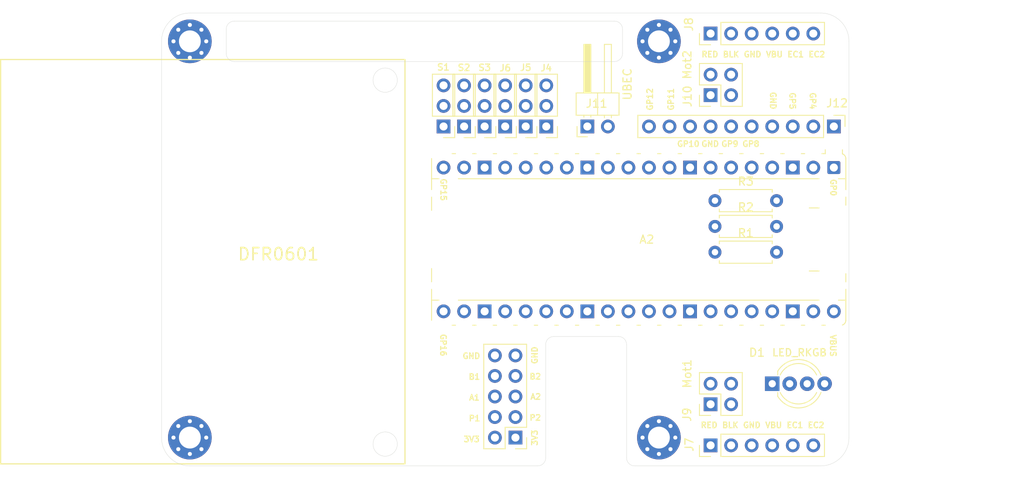
<source format=kicad_pcb>
(kicad_pcb (version 20241229) (generator "pcbnew") (generator_version "9.0")
  (layers (0 "F.Cu" signal "Front") (4 "In1.Cu" signal) (6 "In2.Cu" signal) (2 "B.Cu" signal "Back") (13 "F.Paste" user) (15 "B.Paste" user) (5 "F.SilkS" user "F.Silkscreen") (7 "B.SilkS" user "B.Silkscreen") (1 "F.Mask" user) (3 "B.Mask" user) (25 "Edge.Cuts" user))
  (net 0 "")
  (net 1 "/GPIO4")
  (net 2 "GND")
  (net 3 "/RED")
  (net 4 "/BLUE")
  (net 5 "/GPIO28")
  (net 6 "/INA2")
  (net 7 "/GPIO10")
  (net 8 "/GPIO9")
  (net 9 "/Srvo1_Sig")
  (net 10 "/INB2")
  (net 11 "/GPIO11")
  (net 12 "VBUS")
  (net 13 "5VIN")
  (net 14 "/GPIO8")
  (net 15 "/Srvo2_Sig")
  (net 16 "/INB1")
  (net 17 "/GPIO5")
  (net 18 "/PWM1")
  (net 19 "/ENCA1")
  (net 20 "/ENCB2")
  (net 21 "/Srvo3_Sig")
  (net 22 "/PWM2")
  (net 23 "/ENCB1")
  (net 24 "/GREEN")
  (net 25 "/ENCA2")
  (net 26 "/INA1")
  (net 27 "+3V3")
  (net 28 "/GPIO3")
  (net 32 "/GPIO22")
  (net 33 "/GPIO12")
  (net 36 "Net-(D1-RA)")
  (net 38 "Net-(D1-BA)")
  (net 39 "Net-(D1-GA)")
  (net 40 "+6V")
  (net 41 "/Srvo4_Sig")
  (net 42 "/Srvo5_Sig")
  (net 43 "/Srvo6_Sig")
  (net 44 "/BLK1")
  (net 45 "/RED1")
  (net 46 "/RED2")
  (net 47 "/BLK2")
  (footprint "Connector_PinHeader_2.54mm:PinHeader_2x02_P2.54mm_Vertical" (layer "F.Cu") (at 117.89 98.88 90)
    (property "Reference" "J9" (at -1.28 -2.92 90) (layer "F.SilkS"))
    (property "Value" "Mot1" (at 3.78 -2.89 270) (layer "F.SilkS"))
    (fp_line (start 3.92 -1.38) (end 3.92 3.92) (stroke (width 0.12)) (layer "F.SilkS"))
    (fp_line (start 1.27 -1.38) (end 3.92 -1.38) (stroke (width 0.12)) (layer "F.SilkS"))
    (fp_line (start -1.38 -1.38) (end 0 -1.38) (stroke (width 0.12)) (layer "F.SilkS"))
    (fp_line (start -1.38 0) (end -1.38 -1.38) (stroke (width 0.12)) (layer "F.SilkS"))
    (fp_line (start 1.27 1.27) (end 1.27 -1.38) (stroke (width 0.12)) (layer "F.SilkS"))
    (fp_line (start -1.38 1.27) (end 1.27 1.27) (stroke (width 0.12)) (layer "F.SilkS"))
    (fp_line (start -1.38 1.27) (end -1.38 3.92) (stroke (width 0.12)) (layer "F.SilkS"))
    (fp_line (start -1.38 3.92) (end 3.92 3.92) (stroke (width 0.12)) (layer "F.SilkS"))
    (pad "1" thru_hole rect (at 0 0 90) (size 1.7 1.7) (drill 1) (layers "*.Cu" "*.Mask") (net 45 "/RED1"))
    (pad "2" thru_hole circle (at 2.54 0 90) (size 1.7 1.7) (drill 1) (layers "*.Cu" "*.Mask") (net 45 "/RED1"))
    (pad "3" thru_hole circle (at 0 2.54 90) (size 1.7 1.7) (drill 1) (layers "*.Cu" "*.Mask") (net 44 "/BLK1"))
    (pad "4" thru_hole circle (at 2.54 2.54 90) (size 1.7 1.7) (drill 1) (layers "*.Cu" "*.Mask") (net 44 "/BLK1"))
  )
  (footprint "Connector_PinHeader_2.54mm:PinHeader_1x02_P2.54mm_Horizontal" (layer "F.Cu") (at 102.65 64.53 90)
    (property "Reference" "J11" (at 2.83 1.15 180) (layer "F.SilkS"))
    (property "Value" "UBEC" (at 5.23 4.95 90) (layer "F.SilkS"))
    (fp_line (start 4.15 -1.38) (end 1.39 -1.38) (stroke (width 0.12)) (layer "F.SilkS"))
    (fp_line (start 1.39 -1.38) (end 1.39 3.92) (stroke (width 0.12)) (layer "F.SilkS"))
    (fp_line (start -1.27 -1.27) (end 0 -1.27) (stroke (width 0.12)) (layer "F.SilkS"))
    (fp_line (start 1.16 -0.43) (end 1.39 -0.43) (stroke (width 0.12)) (layer "F.SilkS"))
    (fp_line (start -1.27 0) (end -1.27 -1.27) (stroke (width 0.12)) (layer "F.SilkS"))
    (fp_line (start 1.16 0.43) (end 1.39 0.43) (stroke (width 0.12)) (layer "F.SilkS"))
    (fp_line (start 1.39 1.27) (end 4.15 1.27) (stroke (width 0.12)) (layer "F.SilkS"))
    (fp_line (start 10.15 2.11) (end 10.15 2.97) (stroke (width 0.12)) (layer "F.SilkS"))
    (fp_line (start 4.15 2.11) (end 10.15 2.11) (stroke (width 0.12)) (layer "F.SilkS"))
    (fp_line (start 1.077358 2.11) (end 1.39 2.11) (stroke (width 0.12)) (layer "F.SilkS"))
    (fp_line (start 10.15 2.97) (end 4.15 2.97) (stroke (width 0.12)) (layer "F.SilkS"))
    (fp_line (start 1.077358 2.97) (end 1.39 2.97) (stroke (width 0.12)) (layer "F.SilkS"))
    (fp_line (start 4.15 3.92) (end 4.15 -1.38) (stroke (width 0.12)) (layer "F.SilkS"))
    (fp_line (start 1.39 3.92) (end 4.15 3.92) (stroke (width 0.12)) (layer "F.SilkS"))
    (fp_rect (start 4.15 -0.43) (end 10.15 0.43) (stroke (width 0.12)) (fill yes) (layer "F.SilkS"))
    (pad "1" thru_hole rect (at 0 0 90) (size 1.7 1.7) (drill 1) (layers "*.Cu" "*.Mask") (net 40 "+6V"))
    (pad "2" thru_hole circle (at 0 2.54 90) (size 1.7 1.7) (drill 1) (layers "*.Cu" "*.Mask") (net 2 "GND"))
  )
  (footprint "Connector_PinHeader_2.54mm:PinHeader_1x03_P2.54mm_Vertical" (layer "F.Cu") (at 97.57 64.53 180)
    (property "Reference" "J4" (at 0 7.23 0) (layer "F.SilkS") (effects (font (size 0.8 0.8))))
    (property "Value" "Servo_Conn_4")
    (fp_line (start 1.38 1.27) (end 1.38 6.46) (stroke (width 0.12)) (layer "F.SilkS"))
    (fp_line (start -1.38 6.46) (end 1.38 6.46) (stroke (width 0.12)) (layer "F.SilkS"))
    (fp_line (start -1.38 1.27) (end 1.38 1.27) (stroke (width 0.12)) (layer "F.SilkS"))
    (fp_line (start -1.38 1.27) (end -1.38 6.46) (stroke (width 0.12)) (layer "F.SilkS"))
    (fp_line (start -1.38 0) (end -1.38 -1.38) (stroke (width 0.12)) (layer "F.SilkS"))
    (fp_line (start -1.38 -1.38) (end 0 -1.38) (stroke (width 0.12)) (layer "F.SilkS"))
    (pad "1" thru_hole rect (at 0 0 180) (size 1.7 1.7) (drill 1) (layers "*.Cu" "*.Mask") (net 41 "/Srvo4_Sig"))
    (pad "2" thru_hole circle (at 0 2.54 180) (size 1.7 1.7) (drill 1) (layers "*.Cu" "*.Mask") (net 40 "+6V"))
    (pad "3" thru_hole circle (at 0 5.08 180) (size 1.7 1.7) (drill 1) (layers "*.Cu" "*.Mask") (net 2 "GND"))
  )
  (footprint "LED_THT:LED_D5.0mm-4_RGB_Wide_Pins" (layer "F.Cu") (at 125.51 96.34)
    (property "Reference" "D1" (at -1.89 -3.85 0) (layer "F.SilkS"))
    (property "Value" "LED_RKGB" (at 3.37 -3.85 0) (layer "F.SilkS") (effects (font (size 0.9 0.9))))
    (fp_line (start 0.6785 -1.545) (end 0.6785 -1.08) (stroke (width 0.12)) (layer "F.SilkS"))
    (fp_line (start 0.6785 1.08) (end 0.6785 1.545) (stroke (width 0.12)) (layer "F.SilkS"))
    (fp_arc (start 0.6785 -1.54483) (mid 3.496956 -2.978809) (end 6.026315 -1.080827) (stroke (width 0.12)) (layer "F.SilkS"))
    (fp_arc (start 0.983816 -1.08) (mid 3.238262 -2.5) (end 5.492979 -1.080429) (stroke (width 0.12)) (layer "F.SilkS"))
    (fp_arc (start 5.492979 1.080429) (mid 3.238262 2.5) (end 0.983816 1.08) (stroke (width 0.12)) (layer "F.SilkS"))
    (fp_arc (start 6.026315 1.080827) (mid 3.496956 2.978808) (end 0.6785 1.54483) (stroke (width 0.12)) (layer "F.SilkS"))
    (pad "1" thru_hole rect (at 0 0) (size 1.8 1.8) (drill 0.9) (layers "*.Cu" "*.Mask") (net 36 "Net-(D1-RA)"))
    (pad "2" thru_hole circle (at 2.159 0) (size 1.8 1.8) (drill 0.9) (layers "*.Cu" "*.Mask") (net 2 "GND"))
    (pad "3" thru_hole circle (at 4.318 0) (size 1.8 1.8) (drill 0.9) (layers "*.Cu" "*.Mask") (net 39 "Net-(D1-GA)"))
    (pad "4" thru_hole circle (at 6.477 0) (size 1.8 1.8) (drill 0.9) (layers "*.Cu" "*.Mask") (net 38 "Net-(D1-BA)"))
  )
  (footprint "MountingHole:MountingHole_2.7mm_M2.5_Pad_Via" (layer "F.Cu") (at 53.5 54)
    (property "Reference" "H1" (hide yes))
    (property "Value" "MountingHole_Pad")
    (pad "1" thru_hole circle (at -2.025 0) (size 0.8 0.8) (drill 0.5) (layers "*.Cu" "*.Mask"))
    (pad "1" thru_hole circle (at -1.431891 -1.431891) (size 0.8 0.8) (drill 0.5) (layers "*.Cu" "*.Mask"))
    (pad "1" thru_hole circle (at -1.431891 1.431891) (size 0.8 0.8) (drill 0.5) (layers "*.Cu" "*.Mask"))
    (pad "1" thru_hole circle (at 0 -2.025) (size 0.8 0.8) (drill 0.5) (layers "*.Cu" "*.Mask"))
    (pad "1" thru_hole circle (at 0 0) (size 5.4 5.4) (drill 2.7) (layers "*.Cu" "*.Mask"))
    (pad "1" thru_hole circle (at 0 2.025) (size 0.8 0.8) (drill 0.5) (layers "*.Cu" "*.Mask"))
    (pad "1" thru_hole circle (at 1.431891 -1.431891) (size 0.8 0.8) (drill 0.5) (layers "*.Cu" "*.Mask"))
    (pad "1" thru_hole circle (at 1.431891 1.431891) (size 0.8 0.8) (drill 0.5) (layers "*.Cu" "*.Mask"))
    (pad "1" thru_hole circle (at 2.025 0) (size 0.8 0.8) (drill 0.5) (layers "*.Cu" "*.Mask"))
  )
  (footprint "Resistor_THT:R_Axial_DIN0207_L6.3mm_D2.5mm_P7.62mm_Horizontal" (layer "F.Cu") (at 118.43 80.075)
    (property "Reference" "R1" (at 3.81 -2.37 0) (layer "F.SilkS"))
    (property "Value" "220R")
    (fp_line (start 0.54 -1.37) (end 7.08 -1.37) (stroke (width 0.12)) (layer "F.SilkS"))
    (fp_line (start 0.54 -1.04) (end 0.54 -1.37) (stroke (width 0.12)) (layer "F.SilkS"))
    (fp_line (start 0.54 1.04) (end 0.54 1.37) (stroke (width 0.12)) (layer "F.SilkS"))
    (fp_line (start 0.54 1.37) (end 7.08 1.37) (stroke (width 0.12)) (layer "F.SilkS"))
    (fp_line (start 7.08 -1.37) (end 7.08 -1.04) (stroke (width 0.12)) (layer "F.SilkS"))
    (fp_line (start 7.08 1.37) (end 7.08 1.04) (stroke (width 0.12)) (layer "F.SilkS"))
    (pad "1" thru_hole circle (at 0 0) (size 1.6 1.6) (drill 0.8) (layers "*.Cu" "*.Mask") (net 36 "Net-(D1-RA)"))
    (pad "2" thru_hole circle (at 7.62 0) (size 1.6 1.6) (drill 0.8) (layers "*.Cu" "*.Mask") (net 3 "/RED"))
  )
  (footprint "Connector_PinHeader_2.54mm:PinHeader_1x03_P2.54mm_Vertical" (layer "F.Cu") (at 89.95 64.53 180)
    (property "Reference" "S3" (at 0 7.28 0) (layer "F.SilkS") (effects (font (size 0.8 0.8))))
    (property "Value" "Servo_Conn_3")
    (fp_line (start 1.38 1.27) (end 1.38 6.46) (stroke (width 0.12)) (layer "F.SilkS"))
    (fp_line (start -1.38 6.46) (end 1.38 6.46) (stroke (width 0.12)) (layer "F.SilkS"))
    (fp_line (start -1.38 1.27) (end 1.38 1.27) (stroke (width 0.12)) (layer "F.SilkS"))
    (fp_line (start -1.38 1.27) (end -1.38 6.46) (stroke (width 0.12)) (layer "F.SilkS"))
    (fp_line (start -1.38 0) (end -1.38 -1.38) (stroke (width 0.12)) (layer "F.SilkS"))
    (fp_line (start -1.38 -1.38) (end 0 -1.38) (stroke (width 0.12)) (layer "F.SilkS"))
    (pad "1" thru_hole rect (at 0 0 180) (size 1.7 1.7) (drill 1) (layers "*.Cu" "*.Mask") (net 21 "/Srvo3_Sig"))
    (pad "2" thru_hole circle (at 0 2.54 180) (size 1.7 1.7) (drill 1) (layers "*.Cu" "*.Mask") (net 40 "+6V"))
    (pad "3" thru_hole circle (at 0 5.08 180) (size 1.7 1.7) (drill 1) (layers "*.Cu" "*.Mask") (net 2 "GND"))
  )
  (footprint "Connector_PinHeader_2.54mm:PinHeader_2x05_P2.54mm_Vertical" (layer "F.Cu") (at 93.76 103 180)
    (property "Reference" "MOT_DRV_Conn1" (hide yes))
    (property "Value" "Conn_02x05_Odd_Even" (hide yes))
    (fp_line (start 3.92 -1.38) (end 3.92 11.54) (stroke (width 0.12)) (layer "F.SilkS"))
    (fp_line (start 1.27 1.27) (end 1.27 -1.38) (stroke (width 0.12)) (layer "F.SilkS"))
    (fp_line (start 1.27 -1.38) (end 3.92 -1.38) (stroke (width 0.12)) (layer "F.SilkS"))
    (fp_line (start -1.38 11.54) (end 3.92 11.54) (stroke (width 0.12)) (layer "F.SilkS"))
    (fp_line (start -1.38 1.27) (end 1.27 1.27) (stroke (width 0.12)) (layer "F.SilkS"))
    (fp_line (start -1.38 1.27) (end -1.38 11.54) (stroke (width 0.12)) (layer "F.SilkS"))
    (fp_line (start -1.38 0) (end -1.38 -1.38) (stroke (width 0.12)) (layer "F.SilkS"))
    (fp_line (start -1.38 -1.38) (end 0 -1.38) (stroke (width 0.12)) (layer "F.SilkS"))
    (pad "1" thru_hole rect (at 0 0 180) (size 1.7 1.7) (drill 1) (layers "*.Cu" "*.Mask") (net 27 "+3V3"))
    (pad "2" thru_hole circle (at 2.54 0 180) (size 1.7 1.7) (drill 1) (layers "*.Cu" "*.Mask") (net 27 "+3V3"))
    (pad "3" thru_hole circle (at 0 2.54 180) (size 1.7 1.7) (drill 1) (layers "*.Cu" "*.Mask") (net 22 "/PWM2"))
    (pad "4" thru_hole circle (at 2.54 2.54 180) (size 1.7 1.7) (drill 1) (layers "*.Cu" "*.Mask") (net 18 "/PWM1"))
    (pad "5" thru_hole circle (at 0 5.08 180) (size 1.7 1.7) (drill 1) (layers "*.Cu" "*.Mask") (net 6 "/INA2"))
    (pad "6" thru_hole circle (at 2.54 5.08 180) (size 1.7 1.7) (drill 1) (layers "*.Cu" "*.Mask") (net 26 "/INA1"))
    (pad "7" thru_hole circle (at 0 7.62 180) (size 1.7 1.7) (drill 1) (layers "*.Cu" "*.Mask") (net 10 "/INB2"))
    (pad "8" thru_hole circle (at 2.54 7.62 180) (size 1.7 1.7) (drill 1) (layers "*.Cu" "*.Mask") (net 16 "/INB1"))
    (pad "9" thru_hole circle (at 0 10.16 180) (size 1.7 1.7) (drill 1) (layers "*.Cu" "*.Mask") (net 2 "GND"))
    (pad "10" thru_hole circle (at 2.54 10.16 180) (size 1.7 1.7) (drill 1) (layers "*.Cu" "*.Mask") (net 2 "GND"))
  )
  (footprint "Connector_PinHeader_2.54mm:PinHeader_1x06_P2.54mm_Vertical" (layer "F.Cu") (at 117.89 53.04 90)
    (property "Reference" "J8" (at 1.14 -2.69 270) (layer "F.SilkS"))
    (property "Value" "Mot2_Conn")
    (fp_line (start -1.38 -1.38) (end 0 -1.38) (stroke (width 0.12)) (layer "F.SilkS"))
    (fp_line (start -1.38 0) (end -1.38 -1.38) (stroke (width 0.12)) (layer "F.SilkS"))
    (fp_line (start 1.38 1.27) (end 1.38 14.08) (stroke (width 0.12)) (layer "F.SilkS"))
    (fp_line (start -1.38 1.27) (end 1.38 1.27) (stroke (width 0.12)) (layer "F.SilkS"))
    (fp_line (start -1.38 1.27) (end -1.38 14.08) (stroke (width 0.12)) (layer "F.SilkS"))
    (fp_line (start -1.38 14.08) (end 1.38 14.08) (stroke (width 0.12)) (layer "F.SilkS"))
    (pad "1" thru_hole rect (at 0 0 90) (size 1.7 1.7) (drill 1) (layers "*.Cu" "*.Mask") (net 46 "/RED2"))
    (pad "2" thru_hole circle (at 0 2.54 90) (size 1.7 1.7) (drill 1) (layers "*.Cu" "*.Mask") (net 47 "/BLK2"))
    (pad "3" thru_hole circle (at 0 5.08 90) (size 1.7 1.7) (drill 1) (layers "*.Cu" "*.Mask") (net 2 "GND"))
    (pad "4" thru_hole circle (at 0 7.62 90) (size 1.7 1.7) (drill 1) (layers "*.Cu" "*.Mask") (net 12 "VBUS"))
    (pad "5" thru_hole circle (at 0 10.16 90) (size 1.7 1.7) (drill 1) (layers "*.Cu" "*.Mask") (net 25 "/ENCA2"))
    (pad "6" thru_hole circle (at 0 12.7 90) (size 1.7 1.7) (drill 1) (layers "*.Cu" "*.Mask") (net 20 "/ENCB2"))
  )
  (footprint "Resistor_THT:R_Axial_DIN0207_L6.3mm_D2.5mm_P7.62mm_Horizontal" (layer "F.Cu") (at 118.43 73.7)
    (property "Reference" "R3" (at 3.81 -2.37 0) (layer "F.SilkS"))
    (property "Value" "220R")
    (fp_line (start 0.54 -1.37) (end 7.08 -1.37) (stroke (width 0.12)) (layer "F.SilkS"))
    (fp_line (start 0.54 -1.04) (end 0.54 -1.37) (stroke (width 0.12)) (layer "F.SilkS"))
    (fp_line (start 0.54 1.04) (end 0.54 1.37) (stroke (width 0.12)) (layer "F.SilkS"))
    (fp_line (start 0.54 1.37) (end 7.08 1.37) (stroke (width 0.12)) (layer "F.SilkS"))
    (fp_line (start 7.08 -1.37) (end 7.08 -1.04) (stroke (width 0.12)) (layer "F.SilkS"))
    (fp_line (start 7.08 1.37) (end 7.08 1.04) (stroke (width 0.12)) (layer "F.SilkS"))
    (pad "1" thru_hole circle (at 0 0) (size 1.6 1.6) (drill 0.8) (layers "*.Cu" "*.Mask") (net 38 "Net-(D1-BA)"))
    (pad "2" thru_hole circle (at 7.62 0) (size 1.6 1.6) (drill 0.8) (layers "*.Cu" "*.Mask") (net 4 "/BLUE"))
  )
  (footprint "MountingHole:MountingHole_2.7mm_M2.5_Pad_Via" (layer "F.Cu") (at 53.5 103)
    (property "Reference" "H2" (hide yes))
    (property "Value" "MountingHole_Pad")
    (pad "1" thru_hole circle (at -2.025 0) (size 0.8 0.8) (drill 0.5) (layers "*.Cu" "*.Mask"))
    (pad "1" thru_hole circle (at -1.431891 -1.431891) (size 0.8 0.8) (drill 0.5) (layers "*.Cu" "*.Mask"))
    (pad "1" thru_hole circle (at -1.431891 1.431891) (size 0.8 0.8) (drill 0.5) (layers "*.Cu" "*.Mask"))
    (pad "1" thru_hole circle (at 0 -2.025) (size 0.8 0.8) (drill 0.5) (layers "*.Cu" "*.Mask"))
    (pad "1" thru_hole circle (at 0 0) (size 5.4 5.4) (drill 2.7) (layers "*.Cu" "*.Mask"))
    (pad "1" thru_hole circle (at 0 2.025) (size 0.8 0.8) (drill 0.5) (layers "*.Cu" "*.Mask"))
    (pad "1" thru_hole circle (at 1.431891 -1.431891) (size 0.8 0.8) (drill 0.5) (layers "*.Cu" "*.Mask"))
    (pad "1" thru_hole circle (at 1.431891 1.431891) (size 0.8 0.8) (drill 0.5) (layers "*.Cu" "*.Mask"))
    (pad "1" thru_hole circle (at 2.025 0) (size 0.8 0.8) (drill 0.5) (layers "*.Cu" "*.Mask"))
  )
  (footprint "Resistor_THT:R_Axial_DIN0207_L6.3mm_D2.5mm_P7.62mm_Horizontal" (layer "F.Cu") (at 118.43 76.8875)
    (property "Reference" "R2" (at 3.81 -2.37 0) (layer "F.SilkS"))
    (property "Value" "220R")
    (fp_line (start 0.54 -1.37) (end 7.08 -1.37) (stroke (width 0.12)) (layer "F.SilkS"))
    (fp_line (start 0.54 -1.04) (end 0.54 -1.37) (stroke (width 0.12)) (layer "F.SilkS"))
    (fp_line (start 0.54 1.04) (end 0.54 1.37) (stroke (width 0.12)) (layer "F.SilkS"))
    (fp_line (start 0.54 1.37) (end 7.08 1.37) (stroke (width 0.12)) (layer "F.SilkS"))
    (fp_line (start 7.08 -1.37) (end 7.08 -1.04) (stroke (width 0.12)) (layer "F.SilkS"))
    (fp_line (start 7.08 1.37) (end 7.08 1.04) (stroke (width 0.12)) (layer "F.SilkS"))
    (pad "1" thru_hole circle (at 0 0) (size 1.6 1.6) (drill 0.8) (layers "*.Cu" "*.Mask") (net 39 "Net-(D1-GA)"))
    (pad "2" thru_hole circle (at 7.62 0) (size 1.6 1.6) (drill 0.8) (layers "*.Cu" "*.Mask") (net 24 "/GREEN"))
  )
  (footprint "Connector_PinHeader_2.54mm:PinHeader_1x03_P2.54mm_Vertical" (layer "F.Cu") (at 87.41 64.53 180)
    (property "Reference" "S2" (at 0.01 7.28 0) (layer "F.SilkS") (effects (font (size 0.8 0.8))))
    (property "Value" "Servo_Conn_2")
    (fp_line (start 1.38 1.27) (end 1.38 6.46) (stroke (width 0.12)) (layer "F.SilkS"))
    (fp_line (start -1.38 6.46) (end 1.38 6.46) (stroke (width 0.12)) (layer "F.SilkS"))
    (fp_line (start -1.38 1.27) (end 1.38 1.27) (stroke (width 0.12)) (layer "F.SilkS"))
    (fp_line (start -1.38 1.27) (end -1.38 6.46) (stroke (width 0.12)) (layer "F.SilkS"))
    (fp_line (start -1.38 0) (end -1.38 -1.38) (stroke (width 0.12)) (layer "F.SilkS"))
    (fp_line (start -1.38 -1.38) (end 0 -1.38) (stroke (width 0.12)) (layer "F.SilkS"))
    (pad "1" thru_hole rect (at 0 0 180) (size 1.7 1.7) (drill 1) (layers "*.Cu" "*.Mask") (net 15 "/Srvo2_Sig"))
    (pad "2" thru_hole circle (at 0 2.54 180) (size 1.7 1.7) (drill 1) (layers "*.Cu" "*.Mask") (net 40 "+6V"))
    (pad "3" thru_hole circle (at 0 5.08 180) (size 1.7 1.7) (drill 1) (layers "*.Cu" "*.Mask") (net 2 "GND"))
  )
  (footprint "Connector_PinHeader_2.54mm:PinHeader_1x06_P2.54mm_Vertical" (layer "F.Cu") (at 117.89 103.96 90)
    (property "Reference" "J7" (at 0.09 -2.63 90) (layer "F.SilkS"))
    (property "Value" "Mot1_Conn")
    (fp_line (start -1.38 -1.38) (end 0 -1.38) (stroke (width 0.12)) (layer "F.SilkS"))
    (fp_line (start -1.38 0) (end -1.38 -1.38) (stroke (width 0.12)) (layer "F.SilkS"))
    (fp_line (start 1.38 1.27) (end 1.38 14.08) (stroke (width 0.12)) (layer "F.SilkS"))
    (fp_line (start -1.38 1.27) (end 1.38 1.27) (stroke (width 0.12)) (layer "F.SilkS"))
    (fp_line (start -1.38 1.27) (end -1.38 14.08) (stroke (width 0.12)) (layer "F.SilkS"))
    (fp_line (start -1.38 14.08) (end 1.38 14.08) (stroke (width 0.12)) (layer "F.SilkS"))
    (pad "1" thru_hole rect (at 0 0 90) (size 1.7 1.7) (drill 1) (layers "*.Cu" "*.Mask") (net 45 "/RED1"))
    (pad "2" thru_hole circle (at 0 2.54 90) (size 1.7 1.7) (drill 1) (layers "*.Cu" "*.Mask") (net 44 "/BLK1"))
    (pad "3" thru_hole circle (at 0 5.08 90) (size 1.7 1.7) (drill 1) (layers "*.Cu" "*.Mask") (net 2 "GND"))
    (pad "4" thru_hole circle (at 0 7.62 90) (size 1.7 1.7) (drill 1) (layers "*.Cu" "*.Mask") (net 12 "VBUS"))
    (pad "5" thru_hole circle (at 0 10.16 90) (size 1.7 1.7) (drill 1) (layers "*.Cu" "*.Mask") (net 19 "/ENCA1"))
    (pad "6" thru_hole circle (at 0 12.7 90) (size 1.7 1.7) (drill 1) (layers "*.Cu" "*.Mask") (net 23 "/ENCB1"))
  )
  (footprint "RaspberryPi_Pico_THT:RaspberryPi_Pico_THT" (layer "F.Cu") (at 109 78.5 -90)
    (property "Reference" "A2" (at 0 0 0) (layer "F.SilkS") (effects (justify left)))
    (property "Value" "RaspberryPi_Pico")
    (fp_line (start -10 25.61) (end -6.162061 25.61) (stroke (width 0.12)) (layer "F.SilkS"))
    (fp_line (start -3.6 25.61) (end -5.237939 25.61) (stroke (width 0.12)) (layer "F.SilkS"))
    (fp_line (start 5.237939 25.61) (end 3.6 25.61) (stroke (width 0.12)) (layer "F.SilkS"))
    (fp_line (start 6.162061 25.61) (end 10 25.61) (stroke (width 0.12)) (layer "F.SilkS"))
    (fp_line (start -7.51 24.69648) (end -7.51 25.61) (stroke (width 0.12)) (layer "F.SilkS"))
    (fp_line (start 7.51 24.69648) (end 7.51 25.61) (stroke (width 0.12)) (layer "F.SilkS"))
    (fp_line (start -10.61 22.65) (end -10.61 23.07) (stroke (width 0.12)) (layer "F.SilkS"))
    (fp_line (start 10.61 22.65) (end 10.61 23.07) (stroke (width 0.12)) (layer "F.SilkS"))
    (fp_line (start -10.61 20.11) (end -10.61 20.53) (stroke (width 0.12)) (layer "F.SilkS"))
    (fp_line (start 10.61 20.11) (end 10.61 20.53) (stroke (width 0.12)) (layer "F.SilkS"))
    (fp_line (start -10.61 17.57) (end -10.61 17.99) (stroke (width 0.12)) (layer "F.SilkS"))
    (fp_line (start 10.61 17.57) (end 10.61 17.99) (stroke (width 0.12)) (layer "F.SilkS"))
    (fp_line (start -10.61 15.03) (end -10.61 15.45) (stroke (width 0.12)) (layer "F.SilkS"))
    (fp_line (start 10.61 15.03) (end 10.61 15.45) (stroke (width 0.12)) (layer "F.SilkS"))
    (fp_line (start -10.61 12.49) (end -10.61 12.91) (stroke (width 0.12)) (layer "F.SilkS"))
    (fp_line (start 10.61 12.49) (end 10.61 12.91) (stroke (width 0.12)) (layer "F.SilkS"))
    (fp_line (start -10.61 9.95) (end -10.61 10.37) (stroke (width 0.12)) (layer "F.SilkS"))
    (fp_line (start 10.61 9.95) (end 10.61 10.37) (stroke (width 0.12)) (layer "F.SilkS"))
    (fp_line (start -10.61 7.41) (end -10.61 7.83) (stroke (width 0.12)) (layer "F.SilkS"))
    (fp_line (start 10.61 7.41) (end 10.61 7.83) (stroke (width 0.12)) (layer "F.SilkS"))
    (fp_line (start -10.61 4.87) (end -10.61 5.29) (stroke (width 0.12)) (layer "F.SilkS"))
    (fp_line (start 10.61 4.87) (end 10.61 5.29) (stroke (width 0.12)) (layer "F.SilkS"))
    (fp_line (start -10.61 2.33) (end -10.61 2.75) (stroke (width 0.12)) (layer "F.SilkS"))
    (fp_line (start 10.61 2.33) (end 10.61 2.75) (stroke (width 0.12)) (layer "F.SilkS"))
    (fp_line (start -10.61 -0.21) (end -10.61 0.21) (stroke (width 0.12)) (layer "F.SilkS"))
    (fp_line (start 10.61 -0.21) (end 10.61 0.21) (stroke (width 0.12)) (layer "F.SilkS"))
    (fp_line (start -10.61 -2.75) (end -10.61 -2.33) (stroke (width 0.12)) (layer "F.SilkS"))
    (fp_line (start 10.61 -2.75) (end 10.61 -2.33) (stroke (width 0.12)) (layer "F.SilkS"))
    (fp_line (start -10.61 -5.29) (end -10.61 -4.87) (stroke (width 0.12)) (layer "F.SilkS"))
    (fp_line (start 10.61 -5.29) (end 10.61 -4.87) (stroke (width 0.12)) (layer "F.SilkS"))
    (fp_line (start -10.61 -7.83) (end -10.61 -7.41) (stroke (width 0.12)) (layer "F.SilkS"))
    (fp_line (start 10.61 -7.83) (end 10.61 -7.41) (stroke (width 0.12)) (layer "F.SilkS"))
    (fp_line (start -10.61 -10.37) (end -10.61 -9.95) (stroke (width 0.12)) (layer "F.SilkS"))
    (fp_line (start 10.61 -10.37) (end 10.61 -9.95) (stroke (width 0.12)) (layer "F.SilkS"))
    (fp_line (start -10.61 -12.91) (end -10.61 -12.49) (stroke (width 0.12)) (layer "F.SilkS"))
    (fp_line (start 10.61 -12.91) (end 10.61 -12.49) (stroke (width 0.12)) (layer "F.SilkS"))
    (fp_line (start -10.61 -15.45) (end -10.61 -15.03) (stroke (width 0.12)) (layer "F.SilkS"))
    (fp_line (start 10.61 -15.45) (end 10.61 -15.03) (stroke (width 0.12)) (layer "F.SilkS"))
    (fp_line (start -10.61 -17.99) (end -10.61 -17.57) (stroke (width 0.12)) (layer "F.SilkS"))
    (fp_line (start 10.61 -17.99) (end 10.61 -17.57) (stroke (width 0.12)) (layer "F.SilkS"))
    (fp_line (start -10.61 -20.53) (end -10.61 -20.11) (stroke (width 0.12)) (layer "F.SilkS"))
    (fp_line (start 10.61 -20.53) (end 10.61 -20.11) (stroke (width 0.12)) (layer "F.SilkS"))
    (fp_line (start -7.51 -22.30352) (end -7.51 22.30352) (stroke (width 0.12)) (layer "F.SilkS"))
    (fp_line (start 7.51 -22.30352) (end 7.51 22.30352) (stroke (width 0.12)) (layer "F.SilkS"))
    (fp_line (start -3.9 -22.306) (end -3.9 -21.09) (stroke (width 0.12)) (layer "F.SilkS"))
    (fp_line (start 3.9 -22.306) (end 3.9 -21.09) (stroke (width 0.12)) (layer "F.SilkS"))
    (fp_line (start -10.61 -23.07) (end -10.61 -22.65) (stroke (width 0.12)) (layer "F.SilkS"))
    (fp_line (start -10.61 -23.07) (end -11.09 -23.07) (stroke (width 0.12)) (layer "F.SilkS"))
    (fp_line (start 10.61 -23.07) (end 10.61 -22.65) (stroke (width 0.12)) (layer "F.SilkS"))
    (fp_line (start -10.579676 -25.19) (end -11.09 -25.19) (stroke (width 0.12)) (layer "F.SilkS"))
    (fp_line (start -10 -25.61) (end -7.51 -25.61) (stroke (width 0.12)) (layer "F.SilkS"))
    (fp_line (start -7.51 -25.61) (end -7.51 -24.69648) (stroke (width 0.12)) (layer "F.SilkS"))
    (fp_line (start -7.51 -25.61) (end -6.16206 -25.61) (stroke (width 0.12)) (layer "F.SilkS"))
    (fp_line (start -5.237939 -25.61) (end -4.235 -25.61) (stroke (width 0.12)) (layer "F.SilkS"))
    (fp_line (start 4.235 -25.61) (end 5.237939 -25.61) (stroke (width 0.12)) (layer "F.SilkS"))
    (fp_line (start 6.162061 -25.61) (end 7.51 -25.61) (stroke (width 0.12)) (layer "F.SilkS"))
    (fp_line (start 7.51 -25.61) (end 7.51 -24.69648) (stroke (width 0.12)) (layer "F.SilkS"))
    (fp_line (start 10 -25.61) (end 7.51 -25.61) (stroke (width 0.12)) (layer "F.SilkS"))
    (fp_arc (start -10.579676 -25.19) (mid -10.357938 -25.493944) (end -10 -25.61) (stroke (width 0.12)) (layer "F.SilkS"))
    (fp_arc (start 10 -25.61) (mid 10.357937 -25.493944) (end 10.579676 -25.189937) (stroke (width 0.12)) (layer "F.SilkS"))
    (fp_text user "GP15" (at -4.69 24.55 270) (layer "F.SilkS") (effects (font (size 0.7 0.7) (thickness 0.15) (bold yes)) (justify right bottom)))
    (fp_text user "GP0" (at -5.29 -23.66 270) (layer "F.SilkS") (effects (font (size 0.7 0.7) (thickness 0.15) (bold yes)) (justify right bottom)))
    (fp_text user "GP16" (at 11.6 24.575 270) (layer "F.SilkS") (effects (font (size 0.7 0.7) (thickness 0.15) (bold yes)) (justify left bottom)))
    (fp_text user "VBUS" (at 11.684 -23.622 270) (layer "F.SilkS") (effects (font (size 0.7 0.7) (thickness 0.15) (bold yes)) (justify left bottom)))
    (pad "1" thru_hole roundrect (at -8.89 -24.13 270) (size 1.6 1.6) (drill 1) (layers "*.Cu" "*.Mask") (roundrect_rratio 0.125) (net 3 "/RED"))
    (pad "2" thru_hole circle (at -8.89 -21.59 270) (size 1.7 1.7) (drill 1) (layers "*.Cu" "*.Mask") (net 24 "/GREEN"))
    (pad "3" thru_hole rect (at -8.89 -19.05 270) (size 1.7 1.7) (drill 1) (layers "*.Cu" "*.Mask") (net 2 "GND"))
    (pad "4" thru_hole circle (at -8.89 -16.51 270) (size 1.7 1.7) (drill 1) (layers "*.Cu" "*.Mask") (net 4 "/BLUE"))
    (pad "5" thru_hole circle (at -8.89 -13.97 270) (size 1.7 1.7) (drill 1) (layers "*.Cu" "*.Mask") (net 28 "/GPIO3"))
    (pad "6" thru_hole circle (at -8.89 -11.43 270) (size 1.7 1.7) (drill 1) (layers "*.Cu" "*.Mask") (net 1 "/GPIO4"))
    (pad "7" thru_hole circle (at -8.89 -8.89 270) (size 1.7 1.7) (drill 1) (layers "*.Cu" "*.Mask") (net 17 "/GPIO5"))
    (pad "8" thru_hole rect (at -8.89 -6.35 270) (size 1.7 1.7) (drill 1) (layers "*.Cu" "*.Mask") (net 2 "GND"))
    (pad "9" thru_hole circle (at -8.89 -3.81 270) (size 1.7 1.7) (drill 1) (layers "*.Cu" "*.Mask") (net 20 "/ENCB2"))
    (pad "10" thru_hole circle (at -8.89 -1.27 270) (size 1.7 1.7) (drill 1) (layers "*.Cu" "*.Mask") (net 25 "/ENCA2"))
    (pad "11" thru_hole circle (at -8.89 1.27 270) (size 1.7 1.7) (drill 1) (layers "*.Cu" "*.Mask") (net 14 "/GPIO8"))
    (pad "12" thru_hole circle (at -8.89 3.81 270) (size 1.7 1.7) (drill 1) (layers "*.Cu" "*.Mask") (net 8 "/GPIO9"))
    (pad "13" thru_hole rect (at -8.89 6.35 270) (size 1.7 1.7) (drill 1) (layers "*.Cu" "*.Mask") (net 2 "GND"))
    (pad "14" thru_hole circle (at -8.89 8.89 270) (size 1.7 1.7) (drill 1) (layers "*.Cu" "*.Mask") (net 7 "/GPIO10"))
    (pad "15" thru_hole circle (at -8.89 11.43 270) (size 1.7 1.7) (drill 1) (layers "*.Cu" "*.Mask") (net 11 "/GPIO11"))
    (pad "16" thru_hole circle (at -8.89 13.97 270) (size 1.7 1.7) (drill 1) (layers "*.Cu" "*.Mask") (net 33 "/GPIO12"))
    (pad "17" thru_hole circle (at -8.89 16.51 270) (size 1.7 1.7) (drill 1) (layers "*.Cu" "*.Mask") (net 21 "/Srvo3_Sig"))
    (pad "18" thru_hole rect (at -8.89 19.05 270) (size 1.7 1.7) (drill 1) (layers "*.Cu" "*.Mask") (net 2 "GND"))
    (pad "19" thru_hole circle (at -8.89 21.59 270) (size 1.7 1.7) (drill 1) (layers "*.Cu" "*.Mask") (net 15 "/Srvo2_Sig"))
    (pad "20" thru_hole circle (at -8.89 24.13 270) (size 1.7 1.7) (drill 1) (layers "*.Cu" "*.Mask") (net 9 "/Srvo1_Sig"))
    (pad "21" thru_hole circle (at 8.89 24.13 270) (size 1.7 1.7) (drill 1) (layers "*.Cu" "*.Mask") (net 18 "/PWM1"))
    (pad "22" thru_hole circle (at 8.89 21.59 270) (size 1.7 1.7) (drill 1) (layers "*.Cu" "*.Mask") (net 26 "/INA1"))
    (pad "23" thru_hole rect (at 8.89 19.05 270) (size 1.7 1.7) (drill 1) (layers "*.Cu" "*.Mask") (net 2 "GND"))
    (pad "24" thru_hole circle (at 8.89 16.51 270) (size 1.7 1.7) (drill 1) (layers "*.Cu" "*.Mask") (net 16 "/INB1"))
    (pad "25" thru_hole circle (at 8.89 13.97 270) (size 1.7 1.7) (drill 1) (layers "*.Cu" "*.Mask") (net 10 "/INB2"))
    (pad "26" thru_hole circle (at 8.89 11.43 270) (size 1.7 1.7) (drill 1) (layers "*.Cu" "*.Mask") (net 6 "/INA2"))
    (pad "27" thru_hole circle (at 8.89 8.89 270) (size 1.7 1.7) (drill 1) (layers "*.Cu" "*.Mask") (net 22 "/PWM2"))
    (pad "28" thru_hole rect (at 8.89 6.35 270) (size 1.7 1.7) (drill 1) (layers "*.Cu" "*.Mask") (net 2 "GND"))
    (pad "29" thru_hole circle (at 8.89 3.81 270) (size 1.7 1.7) (drill 1) (layers "*.Cu" "*.Mask") (net 32 "/GPIO22"))
    (pad "30" thru_hole circle (at 8.89 1.27 270) (size 1.7 1.7) (drill 1) (layers "*.Cu" "*.Mask"))
    (pad "31" thru_hole circle (at 8.89 -1.27 270) (size 1.7 1.7) (drill 1) (layers "*.Cu" "*.Mask") (net 19 "/ENCA1"))
    (pad "32" thru_hole circle (at 8.89 -3.81 270) (size 1.7 1.7) (drill 1) (layers "*.Cu" "*.Mask") (net 23 "/ENCB1"))
    (pad "33" thru_hole rect (at 8.89 -6.35 270) (size 1.7 1.7) (drill 1) (layers "*.Cu" "*.Mask") (net 2 "GND"))
    (pad "34" thru_hole circle (at 8.89 -8.89 270) (size 1.7 1.7) (drill 1) (layers "*.Cu" "*.Mask") (net 5 "/GPIO28"))
    (pad "35" thru_hole circle (at 8.89 -11.43 270) (size 1.7 1.7) (drill 1) (layers "*.Cu" "*.Mask"))
    (pad "36" thru_hole circle (at 8.89 -13.97 270) (size 1.7 1.7) (drill 1) (layers "*.Cu" "*.Mask") (net 27 "+3V3"))
    (pad "37" thru_hole circle (at 8.89 -16.51 270) (size 1.7 1.7) (drill 1) (layers "*.Cu" "*.Mask"))
    (pad "38" thru_hole rect (at 8.89 -19.05 270) (size 1.7 1.7) (drill 1) (layers "*.Cu" "*.Mask") (net 2 "GND"))
    (pad "39" thru_hole circle (at 8.89 -21.59 270) (size 1.7 1.7) (drill 1) (layers "*.Cu" "*.Mask") (net 13 "5VIN"))
    (pad "40" thru_hole circle (at 8.89 -24.13 270) (size 1.7 1.7) (drill 1) (layers "*.Cu" "*.Mask") (net 12 "VBUS"))
  )
  (footprint "Connector_PinHeader_2.54mm:PinHeader_1x10_P2.54mm_Vertical" (layer "F.Cu") (at 133.13 64.53 -90)
    (property "Reference" "J12" (at -2.88 -0.395 180) (layer "F.SilkS"))
    (property "Value" "Spare_GPIO_Conn")
    (fp_line (start -1.38 24.24) (end 1.38 24.24) (stroke (width 0.12)) (layer "F.SilkS"))
    (fp_line (start -1.38 1.27) (end -1.38 24.24) (stroke (width 0.12)) (layer "F.SilkS"))
    (fp_line (start -1.38 1.27) (end 1.38 1.27) (stroke (width 0.12)) (layer "F.SilkS"))
    (fp_line (start 1.38 1.27) (end 1.38 24.24) (stroke (width 0.12)) (layer "F.SilkS"))
    (fp_line (start -1.38 0) (end -1.38 -1.38) (stroke (width 0.12)) (layer "F.SilkS"))
    (fp_line (start -1.38 -1.38) (end 0 -1.38) (stroke (width 0.12)) (layer "F.SilkS"))
    (pad "1" thru_hole rect (at 0 0 270) (size 1.7 1.7) (drill 1) (layers "*.Cu" "*.Mask") (net 28 "/GPIO3"))
    (pad "2" thru_hole circle (at 0 2.54 270) (size 1.7 1.7) (drill 1) (layers "*.Cu" "*.Mask") (net 1 "/GPIO4"))
    (pad "3" thru_hole circle (at 0 5.08 270) (size 1.7 1.7) (drill 1) (layers "*.Cu" "*.Mask") (net 17 "/GPIO5"))
    (pad "4" thru_hole circle (at 0 7.62 270) (size 1.7 1.7) (drill 1) (layers "*.Cu" "*.Mask") (net 2 "GND"))
    (pad "5" thru_hole circle (at 0 10.16 270) (size 1.7 1.7) (drill 1) (layers "*.Cu" "*.Mask") (net 14 "/GPIO8"))
    (pad "6" thru_hole circle (at 0 12.7 270) (size 1.7 1.7) (drill 1) (layers "*.Cu" "*.Mask") (net 8 "/GPIO9"))
    (pad "7" thru_hole circle (at 0 15.24 270) (size 1.7 1.7) (drill 1) (layers "*.Cu" "*.Mask") (net 2 "GND"))
    (pad "8" thru_hole circle (at 0 17.78 270) (size 1.7 1.7) (drill 1) (layers "*.Cu" "*.Mask") (net 7 "/GPIO10"))
    (pad "9" thru_hole circle (at 0 20.32 270) (size 1.7 1.7) (drill 1) (layers "*.Cu" "*.Mask") (net 11 "/GPIO11"))
    (pad "10" thru_hole circle (at 0 22.86 270) (size 1.7 1.7) (drill 1) (layers "*.Cu" "*.Mask") (net 33 "/GPIO12"))
  )
  (footprint "MountingHole:MountingHole_2.7mm_M2.5_Pad_Via" (layer "F.Cu") (at 111.5 54)
    (property "Reference" "H4" (hide yes))
    (property "Value" "MountingHole_Pad")
    (pad "1" thru_hole circle (at -2.025 0) (size 0.8 0.8) (drill 0.5) (layers "*.Cu" "*.Mask"))
    (pad "1" thru_hole circle (at -1.431891 -1.431891) (size 0.8 0.8) (drill 0.5) (layers "*.Cu" "*.Mask"))
    (pad "1" thru_hole circle (at -1.431891 1.431891) (size 0.8 0.8) (drill 0.5) (layers "*.Cu" "*.Mask"))
    (pad "1" thru_hole circle (at 0 -2.025) (size 0.8 0.8) (drill 0.5) (layers "*.Cu" "*.Mask"))
    (pad "1" thru_hole circle (at 0 0) (size 5.4 5.4) (drill 2.7) (layers "*.Cu" "*.Mask"))
    (pad "1" thru_hole circle (at 0 2.025) (size 0.8 0.8) (drill 0.5) (layers "*.Cu" "*.Mask"))
    (pad "1" thru_hole circle (at 1.431891 -1.431891) (size 0.8 0.8) (drill 0.5) (layers "*.Cu" "*.Mask"))
    (pad "1" thru_hole circle (at 1.431891 1.431891) (size 0.8 0.8) (drill 0.5) (layers "*.Cu" "*.Mask"))
    (pad "1" thru_hole circle (at 2.025 0) (size 0.8 0.8) (drill 0.5) (layers "*.Cu" "*.Mask"))
  )
  (footprint "Connector_PinHeader_2.54mm:PinHeader_1x03_P2.54mm_Vertical" (layer "F.Cu") (at 92.49 64.53 180)
    (property "Reference" "J6" (at -0.01 7.23 0) (layer "F.SilkS") (effects (font (size 0.8 0.8))))
    (property "Value" "Servo_Conn_6")
    (fp_line (start 1.38 1.27) (end 1.38 6.46) (stroke (width 0.12)) (layer "F.SilkS"))
    (fp_line (start -1.38 6.46) (end 1.38 6.46) (stroke (width 0.12)) (layer "F.SilkS"))
    (fp_line (start -1.38 1.27) (end 1.38 1.27) (stroke (width 0.12)) (layer "F.SilkS"))
    (fp_line (start -1.38 1.27) (end -1.38 6.46) (stroke (width 0.12)) (layer "F.SilkS"))
    (fp_line (start -1.38 0) (end -1.38 -1.38) (stroke (width 0.12)) (layer "F.SilkS"))
    (fp_line (start -1.38 -1.38) (end 0 -1.38) (stroke (width 0.12)) (layer "F.SilkS"))
    (pad "1" thru_hole rect (at 0 0 180) (size 1.7 1.7) (drill 1) (layers "*.Cu" "*.Mask") (net 43 "/Srvo6_Sig"))
    (pad "2" thru_hole circle (at 0 2.54 180) (size 1.7 1.7) (drill 1) (layers "*.Cu" "*.Mask") (net 40 "+6V"))
    (pad "3" thru_hole circle (at 0 5.08 180) (size 1.7 1.7) (drill 1) (layers "*.Cu" "*.Mask") (net 2 "GND"))
  )
  (footprint "Connector_PinHeader_2.54mm:PinHeader_2x02_P2.54mm_Vertical" (layer "F.Cu") (at 117.89 60.66 90)
    (property "Reference" "J10" (at -0.14 -2.865 90) (layer "F.SilkS"))
    (property "Value" "Mot2" (at 3.76 -2.89 270) (layer "F.SilkS"))
    (fp_line (start 3.92 -1.38) (end 3.92 3.92) (stroke (width 0.12)) (layer "F.SilkS"))
    (fp_line (start 1.27 -1.38) (end 3.92 -1.38) (stroke (width 0.12)) (layer "F.SilkS"))
    (fp_line (start -1.38 -1.38) (end 0 -1.38) (stroke (width 0.12)) (layer "F.SilkS"))
    (fp_line (start -1.38 0) (end -1.38 -1.38) (stroke (width 0.12)) (layer "F.SilkS"))
    (fp_line (start 1.27 1.27) (end 1.27 -1.38) (stroke (width 0.12)) (layer "F.SilkS"))
    (fp_line (start -1.38 1.27) (end 1.27 1.27) (stroke (width 0.12)) (layer "F.SilkS"))
    (fp_line (start -1.38 1.27) (end -1.38 3.92) (stroke (width 0.12)) (layer "F.SilkS"))
    (fp_line (start -1.38 3.92) (end 3.92 3.92) (stroke (width 0.12)) (layer "F.SilkS"))
    (pad "1" thru_hole rect (at 0 0 90) (size 1.7 1.7) (drill 1) (layers "*.Cu" "*.Mask") (net 46 "/RED2"))
    (pad "2" thru_hole circle (at 2.54 0 90) (size 1.7 1.7) (drill 1) (layers "*.Cu" "*.Mask") (net 46 "/RED2"))
    (pad "3" thru_hole circle (at 0 2.54 90) (size 1.7 1.7) (drill 1) (layers "*.Cu" "*.Mask") (net 47 "/BLK2"))
    (pad "4" thru_hole circle (at 2.54 2.54 90) (size 1.7 1.7) (drill 1) (layers "*.Cu" "*.Mask") (net 47 "/BLK2"))
  )
  (footprint "Connector_PinHeader_2.54mm:PinHeader_1x03_P2.54mm_Vertical" (layer "F.Cu") (at 95.03 64.53 180)
    (property "Reference" "J5" (at 0.005 7.28 0) (layer "F.SilkS") (effects (font (size 0.8 0.8))))
    (property "Value" "Servo_Conn_5")
    (fp_line (start 1.38 1.27) (end 1.38 6.46) (stroke (width 0.12)) (layer "F.SilkS"))
    (fp_line (start -1.38 6.46) (end 1.38 6.46) (stroke (width 0.12)) (layer "F.SilkS"))
    (fp_line (start -1.38 1.27) (end 1.38 1.27) (stroke (width 0.12)) (layer "F.SilkS"))
    (fp_line (start -1.38 1.27) (end -1.38 6.46) (stroke (width 0.12)) (layer "F.SilkS"))
    (fp_line (start -1.38 0) (end -1.38 -1.38) (stroke (width 0.12)) (layer "F.SilkS"))
    (fp_line (start -1.38 -1.38) (end 0 -1.38) (stroke (width 0.12)) (layer "F.SilkS"))
    (pad "1" thru_hole rect (at 0 0 180) (size 1.7 1.7) (drill 1) (layers "*.Cu" "*.Mask") (net 42 "/Srvo5_Sig"))
    (pad "2" thru_hole circle (at 0 2.54 180) (size 1.7 1.7) (drill 1) (layers "*.Cu" "*.Mask") (net 40 "+6V"))
    (pad "3" thru_hole circle (at 0 5.08 180) (size 1.7 1.7) (drill 1) (layers "*.Cu" "*.Mask") (net 2 "GND"))
  )
  (footprint "MountingHole:MountingHole_2.7mm_M2.5_Pad_Via" (layer "F.Cu") (at 111.5 103)
    (property "Reference" "H3" (hide yes))
    (property "Value" "MountingHole_Pad")
    (pad "1" thru_hole circle (at -2.025 0) (size 0.8 0.8) (drill 0.5) (layers "*.Cu" "*.Mask"))
    (pad "1" thru_hole circle (at -1.431891 -1.431891) (size 0.8 0.8) (drill 0.5) (layers "*.Cu" "*.Mask"))
    (pad "1" thru_hole circle (at -1.431891 1.431891) (size 0.8 0.8) (drill 0.5) (layers "*.Cu" "*.Mask"))
    (pad "1" thru_hole circle (at 0 -2.025) (size 0.8 0.8) (drill 0.5) (layers "*.Cu" "*.Mask"))
    (pad "1" thru_hole circle (at 0 0) (size 5.4 5.4) (drill 2.7) (layers "*.Cu" "*.Mask"))
    (pad "1" thru_hole circle (at 0 2.025) (size 0.8 0.8) (drill 0.5) (layers "*.Cu" "*.Mask"))
    (pad "1" thru_hole circle (at 1.431891 -1.431891) (size 0.8 0.8) (drill 0.5) (layers "*.Cu" "*.Mask"))
    (pad "1" thru_hole circle (at 1.431891 1.431891) (size 0.8 0.8) (drill 0.5) (layers "*.Cu" "*.Mask"))
    (pad "1" thru_hole circle (at 2.025 0) (size 0.8 0.8) (drill 0.5) (layers "*.Cu" "*.Mask"))
  )
  (footprint "Connector_PinHeader_2.54mm:PinHeader_1x03_P2.54mm_Vertical" (layer "F.Cu") (at 84.87 64.53 180)
    (property "Reference" "S1" (at 0.02 7.33 0) (layer "F.SilkS") (effects (font (size 0.8 0.8))))
    (property "Value" "Servo_Conn_1")
    (fp_line (start 1.38 1.27) (end 1.38 6.46) (stroke (width 0.12)) (layer "F.SilkS"))
    (fp_line (start -1.38 6.46) (end 1.38 6.46) (stroke (width 0.12)) (layer "F.SilkS"))
    (fp_line (start -1.38 1.27) (end 1.38 1.27) (stroke (width 0.12)) (layer "F.SilkS"))
    (fp_line (start -1.38 1.27) (end -1.38 6.46) (stroke (width 0.12)) (layer "F.SilkS"))
    (fp_line (start -1.38 0) (end -1.38 -1.38) (stroke (width 0.12)) (layer "F.SilkS"))
    (fp_line (start -1.38 -1.38) (end 0 -1.38) (stroke (width 0.12)) (layer "F.SilkS"))
    (pad "1" thru_hole rect (at 0 0 180) (size 1.7 1.7) (drill 1) (layers "*.Cu" "*.Mask") (net 9 "/Srvo1_Sig"))
    (pad "2" thru_hole circle (at 0 2.54 180) (size 1.7 1.7) (drill 1) (layers "*.Cu" "*.Mask") (net 40 "+6V"))
    (pad "3" thru_hole circle (at 0 5.08 180) (size 1.7 1.7) (drill 1) (layers "*.Cu" "*.Mask") (net 2 "GND"))
  )
  (gr_rect (start 30.1 56.25) (end 80.1 106.25) (stroke (width 0.1524)) (fill no) (layer "F.SilkS"))
  (gr_arc (start 106 51.5) (mid 106.707107 51.792893) (end 107 52.5) (stroke (width 0.0381)) (layer "Edge.Cuts"))
  (gr_arc (start 107 55.5) (mid 106.707107 56.207107) (end 106 56.5) (stroke (width 0.0381)) (layer "Edge.Cuts"))
  (gr_line (start 107 52.5) (end 107 55.5) (stroke (width 0.0381)) (layer "Edge.Cuts"))
  (gr_line (start 58 55.5) (end 58 52.5) (stroke (width 0.0381)) (layer "Edge.Cuts"))
  (gr_line (start 53.5 50.5) (end 131.5 50.5) (stroke (width 0.0381)) (layer "Edge.Cuts"))
  (gr_arc (start 50 54) (mid 51.025126 51.525126) (end 53.5 50.5) (stroke (width 0.0381)) (layer "Edge.Cuts"))
  (gr_arc (start 135 103) (mid 133.974874 105.474874) (end 131.5 106.5) (stroke (width 0.0381)) (layer "Edge.Cuts"))
  (gr_line (start 59 51.5) (end 106 51.5) (stroke (width 0.0381)) (layer "Edge.Cuts"))
  (gr_arc (start 97.5 105.5) (mid 97.207107 106.207107) (end 96.5 106.5) (stroke (width 0.0381)) (layer "Edge.Cuts"))
  (gr_line (start 53.5 106.5) (end 96.5 106.5) (stroke (width 0.0381)) (layer "Edge.Cuts"))
  (gr_line (start 50 103) (end 50 54) (stroke (width 0.0381)) (layer "Edge.Cuts"))
  (gr_line (start 107.5 91.5) (end 107.5 105.5) (stroke (width 0.0381)) (layer "Edge.Cuts"))
  (gr_line (start 106 56.5) (end 59 56.5) (stroke (width 0.0381)) (layer "Edge.Cuts"))
  (gr_arc (start 58 52.5) (mid 58.292893 51.792893) (end 59 51.5) (stroke (width 0.0381)) (layer "Edge.Cuts"))
  (gr_circle (center 77.65 103.8) (end 79.15 103.8) (stroke (width 0.0381)) (fill no) (layer "Edge.Cuts"))
  (gr_arc (start 131.5 50.5) (mid 133.974874 51.525126) (end 135 54) (stroke (width 0.0381)) (layer "Edge.Cuts"))
  (gr_line (start 97.5 105.5) (end 97.5 91.5) (stroke (width 0.0381)) (layer "Edge.Cuts"))
  (gr_line (start 108.5 106.5) (end 131.5 106.5) (stroke (width 0.0381)) (layer "Edge.Cuts"))
  (gr_arc (start 53.5 106.5) (mid 51.025126 105.474874) (end 50 103) (stroke (width 0.0381)) (layer "Edge.Cuts"))
  (gr_line (start 135 54) (end 135 103) (stroke (width 0.0381)) (layer "Edge.Cuts"))
  (gr_arc (start 97.5 91.5) (mid 97.792893 90.792893) (end 98.5 90.5) (stroke (width 0.0381)) (layer "Edge.Cuts"))
  (gr_arc (start 59 56.5) (mid 58.292893 56.207107) (end 58 55.5) (stroke (width 0.0381)) (layer "Edge.Cuts"))
  (gr_line (start 98.5 90.5) (end 106.5 90.5) (stroke (width 0.0381)) (layer "Edge.Cuts"))
  (gr_arc (start 108.5 106.5) (mid 107.792893 106.207107) (end 107.5 105.5) (stroke (width 0.0381)) (layer "Edge.Cuts"))
  (gr_circle (center 77.65 58.8) (end 79.15 58.8) (stroke (width 0.0381)) (fill no) (layer "Edge.Cuts"))
  (gr_arc (start 106.5 90.5) (mid 107.207107 90.792893) (end 107.5 91.5) (stroke (width 0.0381)) (layer "Edge.Cuts"))
  (gr_text "P2" (at 96.21 100.95 0) (layer "F.SilkS") (effects (font (size 0.7 0.7) (thickness 0.15) (bold yes)) (justify bottom)))
  (gr_text "GP10" (at 116.6 67.1 0) (layer "F.SilkS") (effects (font (size 0.7 0.7) (thickness 0.15) (bold yes)) (justify right bottom)))
  (gr_text "GND" (at 125.2 62.5 270) (layer "F.SilkS") (effects (font (size 0.7 0.7) (thickness 0.15) (bold yes)) (justify right bottom)))
  (gr_text "3V3\n" (at 88.34 103.61 0) (layer "F.SilkS") (effects (font (size 0.7 0.7) (thickness 0.15) (bold yes)) (justify bottom)))
  (gr_text "GND" (at 119 67.1 0) (layer "F.SilkS") (effects (font (size 0.7 0.7) (thickness 0.15) (bold yes)) (justify right bottom)))
  (gr_text "P1" (at 88.7 101.0375 0) (layer "F.SilkS") (effects (font (size 0.7 0.7) (thickness 0.15) (bold yes)) (justify bottom)))
  (gr_text "DFR0601" (at 59.32 81.2 0) (layer "F.SilkS") (effects (font (size 1.5 1.5) (thickness 0.2)) (justify left bottom)))
  (gr_text "RED" (at 117.71 101.87 0) (layer "F.SilkS") (effects (font (size 0.7 0.7) (thickness 0.15) (bold yes)) (justify bottom)))
  (gr_text "GP12" (at 110.8 59.7 90) (layer "F.SilkS") (effects (font (size 0.7 0.7) (thickness 0.15) (bold yes)) (justify right bottom)))
  (gr_text "EC2" (at 130.93 101.87 0) (layer "F.SilkS") (effects (font (size 0.7 0.7) (thickness 0.15) (bold yes)) (justify bottom)))
  (gr_text "VBU\n" (at 125.775333 56.03 0) (layer "F.SilkS") (effects (font (size 0.7 0.7) (thickness 0.15) (bold yes)) (justify bottom)))
  (gr_text "BLK\n" (at 120.414 56.03 0) (layer "F.SilkS") (effects (font (size 0.7 0.7) (thickness 0.15) (bold yes)) (justify bottom)))
  (gr_text "GND" (at 96.55 92.82 90) (layer "F.SilkS") (effects (font (size 0.7 0.7) (thickness 0.15) (bold yes)) (justify bottom)))
  (gr_text "A1" (at 88.68 98.465 0) (layer "F.SilkS") (effects (font (size 0.7 0.7) (thickness 0.15) (bold yes)) (justify bottom)))
  (gr_text "B1" (at 88.68 95.8925 0) (layer "F.SilkS") (effects (font (size 0.7 0.7) (thickness 0.15) (bold yes)) (justify bottom)))
  (gr_text "GND" (at 122.988 101.87 0) (layer "F.SilkS") (effects (font (size 0.7 0.7) (thickness 0.15) (bold yes)) (justify bottom)))
  (gr_text "B2" (at 96.21 95.86 0) (layer "F.SilkS") (effects (font (size 0.7 0.7) (thickness 0.15) (bold yes)) (justify bottom)))
  (gr_text "VBU\n" (at 125.685333 101.87 0) (layer "F.SilkS") (effects (font (size 0.7 0.7) (thickness 0.15) (bold yes)) (justify bottom)))
  (gr_text "GP9" (at 121.4 67.1 0) (layer "F.SilkS") (effects (font (size 0.7 0.7) (thickness 0.15) (bold yes)) (justify right bottom)))
  (gr_text "RED" (at 117.8 56.03 0) (layer "F.SilkS") (effects (font (size 0.7 0.7) (thickness 0.15) (bold yes)) (justify bottom)))
  (gr_text "GND" (at 123.078 56.03 0) (layer "F.SilkS") (effects (font (size 0.7 0.7) (thickness 0.15) (bold yes)) (justify bottom)))
  (gr_text "EC1" (at 128.406 56.03 0) (layer "F.SilkS") (effects (font (size 0.7 0.7) (thickness 0.15) (bold yes)) (justify bottom)))
  (gr_text "A2" (at 96.26 98.36 0) (layer "F.SilkS") (effects (font (size 0.7 0.7) (thickness 0.15) (bold yes)) (justify bottom)))
  (gr_text "BLK\n" (at 120.324 101.87 0) (layer "F.SilkS") (effects (font (size 0.7 0.7) (thickness 0.15) (bold yes)) (justify bottom)))
  (gr_text "3V3\n" (at 96.55 103.02 90) (layer "F.SilkS") (effects (font (size 0.7 0.7) (thickness 0.15) (bold yes)) (justify bottom)))
  (gr_text "GP5" (at 127.6 62.5 270) (layer "F.SilkS") (effects (font (size 0.7 0.7) (thickness 0.15) (bold yes)) (justify right bottom)))
  (gr_text "GP11" (at 113.4 59.7 90) (layer "F.SilkS") (effects (font (size 0.7 0.7) (thickness 0.15) (bold yes)) (justify right bottom)))
  (gr_text "GND" (at 88.31 93.32 0) (layer "F.SilkS") (effects (font (size 0.7 0.7) (thickness 0.15) (bold yes)) (justify bottom)))
  (gr_text "EC2" (at 131.02 56.03 0) (layer "F.SilkS") (effects (font (size 0.7 0.7) (thickness 0.15) (bold yes)) (justify bottom)))
  (gr_text "GP8" (at 124 67.1 0) (layer "F.SilkS") (effects (font (size 0.7 0.7) (thickness 0.15) (bold yes)) (justify right bottom)))
  (gr_text "EC1" (at 128.316 101.87 0) (layer "F.SilkS") (effects (font (size 0.7 0.7) (thickness 0.15) (bold yes)) (justify bottom)))
  (gr_text "GP4" (at 130.11 62.5 270) (layer "F.SilkS") (effects (font (size 0.7 0.7) (thickness 0.15) (bold yes)) (justify right bottom)))
)
</source>
